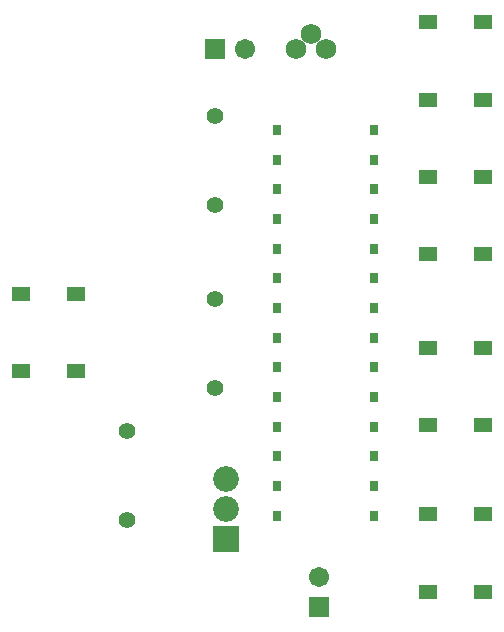
<source format=gbs>
G04*
G04 #@! TF.GenerationSoftware,Altium Limited,Altium Designer,20.2.5 (213)*
G04*
G04 Layer_Color=16711935*
%FSLAX25Y25*%
%MOIN*%
G70*
G04*
G04 #@! TF.SameCoordinates,7ED66F81-9B57-4200-B134-EA852FC3A939*
G04*
G04*
G04 #@! TF.FilePolarity,Negative*
G04*
G01*
G75*
%ADD18R,0.06312X0.04737*%
%ADD19C,0.05524*%
%ADD20C,0.06808*%
%ADD21R,0.02650X0.03320*%
%ADD22R,0.06706X0.06706*%
%ADD23C,0.06706*%
%ADD24C,0.08595*%
%ADD25R,0.08595X0.08595*%
%ADD26R,0.06706X0.06706*%
D18*
X539134Y347087D02*
D03*
X520866D02*
D03*
Y372913D02*
D03*
X539134D02*
D03*
X674634Y437587D02*
D03*
X656366D02*
D03*
Y463413D02*
D03*
X674634D02*
D03*
Y386000D02*
D03*
X656366D02*
D03*
Y411827D02*
D03*
X674634D02*
D03*
Y329000D02*
D03*
X656366D02*
D03*
Y354827D02*
D03*
X674634D02*
D03*
Y273587D02*
D03*
X656366D02*
D03*
Y299413D02*
D03*
X674634D02*
D03*
D19*
X585500Y432000D02*
D03*
Y402472D02*
D03*
X556000Y327028D02*
D03*
Y297500D02*
D03*
X585500Y371028D02*
D03*
Y341500D02*
D03*
D20*
X612500Y454500D02*
D03*
X617500Y459500D02*
D03*
X622500Y454500D02*
D03*
D21*
X606000Y378000D02*
D03*
Y397764D02*
D03*
Y368118D02*
D03*
Y358236D02*
D03*
Y338472D02*
D03*
Y348354D02*
D03*
Y387882D02*
D03*
Y407646D02*
D03*
Y417528D02*
D03*
Y427410D02*
D03*
Y328591D02*
D03*
Y318709D02*
D03*
Y308827D02*
D03*
Y298945D02*
D03*
X638402Y387882D02*
D03*
Y378000D02*
D03*
Y368118D02*
D03*
Y358236D02*
D03*
Y348354D02*
D03*
Y338472D02*
D03*
Y397764D02*
D03*
Y407646D02*
D03*
Y417528D02*
D03*
Y427410D02*
D03*
Y328591D02*
D03*
Y318709D02*
D03*
Y308827D02*
D03*
Y298945D02*
D03*
D22*
X620000Y268500D02*
D03*
D23*
Y278500D02*
D03*
X595500Y454500D02*
D03*
D24*
X589000Y311079D02*
D03*
Y301039D02*
D03*
D25*
Y291000D02*
D03*
D26*
X585500Y454500D02*
D03*
M02*

</source>
